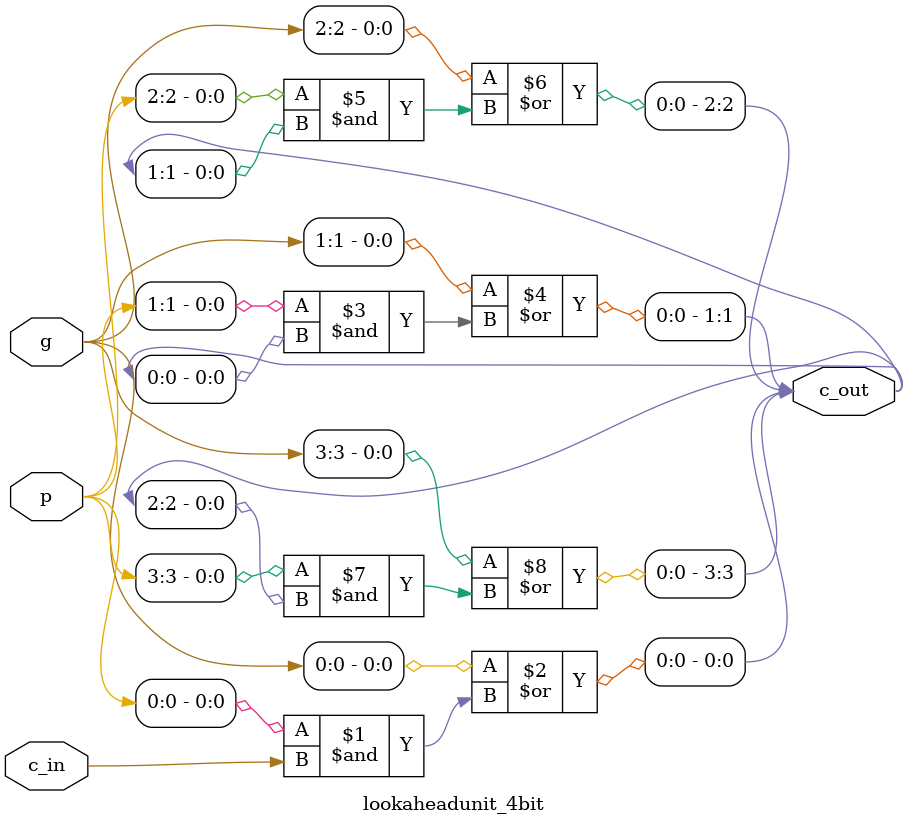
<source format=v>
module lookaheadunit_4bit(
    input c_in,
    input [3:0] p,
    input [3:0] g,
    output [3:0] c_out
);

assign c_out[0] = g[0] | (p[0] & c_in);
assign c_out[1] = g[1] | (p[1] & c_out[0]);
assign c_out[2] = g[2] | (p[2] & c_out[1]);
assign c_out[3] = g[3] | (p[3] & c_out[2]);

endmodule
</source>
